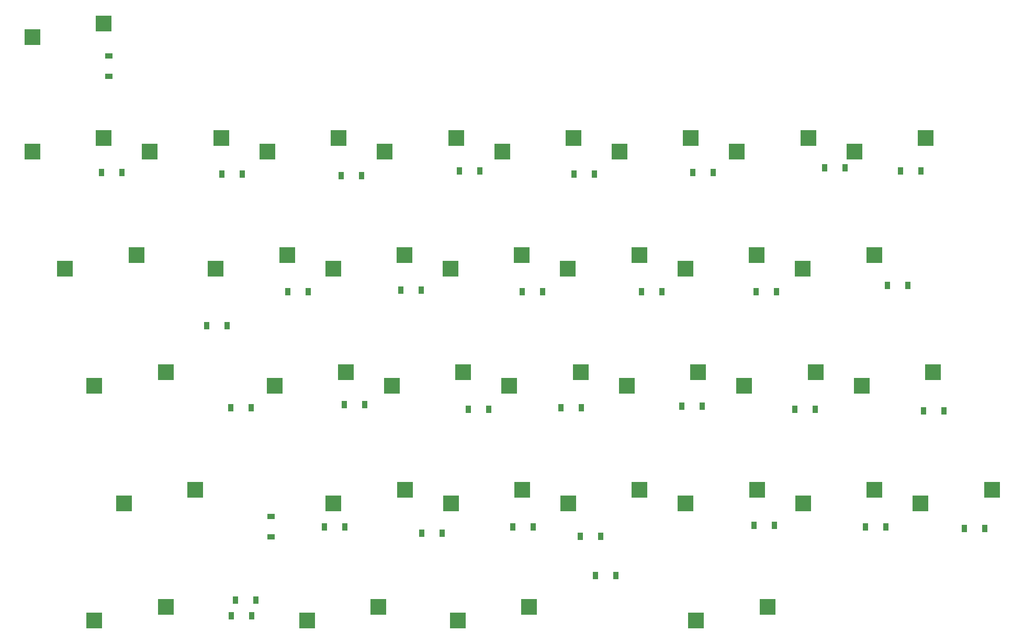
<source format=gbr>
%TF.GenerationSoftware,KiCad,Pcbnew,8.0.6*%
%TF.CreationDate,2024-11-01T15:41:52-06:00*%
%TF.ProjectId,simple_split,73696d70-6c65-45f7-9370-6c69742e6b69,v1.0.0*%
%TF.SameCoordinates,Original*%
%TF.FileFunction,Paste,Top*%
%TF.FilePolarity,Positive*%
%FSLAX46Y46*%
G04 Gerber Fmt 4.6, Leading zero omitted, Abs format (unit mm)*
G04 Created by KiCad (PCBNEW 8.0.6) date 2024-11-01 15:41:52*
%MOMM*%
%LPD*%
G01*
G04 APERTURE LIST*
%ADD10R,2.600000X2.600000*%
%ADD11R,0.900000X1.200000*%
%ADD12R,1.200000X0.900000*%
G04 APERTURE END LIST*
D10*
%TO.C,S33*%
X249632500Y-115302000D03*
X261182500Y-113102000D03*
%TD*%
D11*
%TO.C,D26*%
X236652000Y-175858000D03*
X233352000Y-175858000D03*
%TD*%
%TO.C,D24*%
X194364000Y-176112000D03*
X197664000Y-176112000D03*
%TD*%
D10*
%TO.C,S31*%
X185450500Y-191302000D03*
X197000500Y-189102000D03*
%TD*%
%TO.C,S8*%
X121895000Y-134302000D03*
X133445000Y-132102000D03*
%TD*%
D11*
%TO.C,D6*%
X226746000Y-118708000D03*
X223446000Y-118708000D03*
%TD*%
%TO.C,D33*%
X260400000Y-118454000D03*
X257100000Y-118454000D03*
%TD*%
%TO.C,D9*%
X161214000Y-138012000D03*
X157914000Y-138012000D03*
%TD*%
%TO.C,D16*%
X170358000Y-156300000D03*
X167058000Y-156300000D03*
%TD*%
%TO.C,D10*%
X179502000Y-137758000D03*
X176202000Y-137758000D03*
%TD*%
D10*
%TO.C,S20*%
X231804000Y-153302000D03*
X243354000Y-151102000D03*
%TD*%
%TO.C,S11*%
X184279000Y-134302000D03*
X195829000Y-132102000D03*
%TD*%
D11*
%TO.C,D23*%
X167184000Y-176112000D03*
X163884000Y-176112000D03*
%TD*%
%TO.C,D7*%
X248082000Y-117946000D03*
X244782000Y-117946000D03*
%TD*%
D10*
%TO.C,S6*%
X211632500Y-115302000D03*
X223182500Y-113102000D03*
%TD*%
%TO.C,S35*%
X116632500Y-96750000D03*
X128182500Y-94550000D03*
%TD*%
%TO.C,S4*%
X173632500Y-115302000D03*
X185182500Y-113102000D03*
%TD*%
%TO.C,S3*%
X154632500Y-115302000D03*
X166182500Y-113102000D03*
%TD*%
D11*
%TO.C,D15*%
X152000000Y-156808000D03*
X148700000Y-156808000D03*
%TD*%
D10*
%TO.C,S5*%
X192632500Y-115302000D03*
X204182500Y-113102000D03*
%TD*%
D11*
%TO.C,D4*%
X189026000Y-118454000D03*
X185726000Y-118454000D03*
%TD*%
%TO.C,D5*%
X207568000Y-118962000D03*
X204268000Y-118962000D03*
%TD*%
D10*
%TO.C,S25*%
X203329000Y-172302000D03*
X214879000Y-170102000D03*
%TD*%
%TO.C,S7*%
X230632500Y-115302000D03*
X242182500Y-113102000D03*
%TD*%
%TO.C,S1*%
X116632500Y-115302000D03*
X128182500Y-113102000D03*
%TD*%
D12*
%TO.C,D30*%
X155246000Y-174462000D03*
X155246000Y-177762000D03*
%TD*%
D11*
%TO.C,D28*%
X267388000Y-176366000D03*
X270688000Y-176366000D03*
%TD*%
D10*
%TO.C,S12*%
X203279000Y-134302000D03*
X214829000Y-132102000D03*
%TD*%
%TO.C,S24*%
X184329000Y-172302000D03*
X195879000Y-170102000D03*
%TD*%
D11*
%TO.C,D12*%
X218490000Y-138012000D03*
X215190000Y-138012000D03*
%TD*%
%TO.C,D17*%
X190424000Y-157062000D03*
X187124000Y-157062000D03*
%TD*%
%TO.C,D14*%
X258242000Y-136996000D03*
X254942000Y-136996000D03*
%TD*%
%TO.C,D20*%
X239956000Y-157062000D03*
X243256000Y-157062000D03*
%TD*%
%TO.C,D25*%
X208586000Y-177636000D03*
X205286000Y-177636000D03*
%TD*%
%TO.C,D22*%
X152800000Y-188000000D03*
X149500000Y-188000000D03*
%TD*%
D10*
%TO.C,S2*%
X135632500Y-115302000D03*
X147182500Y-113102000D03*
%TD*%
D11*
%TO.C,D3*%
X169850000Y-119216000D03*
X166550000Y-119216000D03*
%TD*%
D10*
%TO.C,S16*%
X155804000Y-153302000D03*
X167354000Y-151102000D03*
%TD*%
%TO.C,S21*%
X250804000Y-153302000D03*
X262354000Y-151102000D03*
%TD*%
%TO.C,S26*%
X222329000Y-172302000D03*
X233879000Y-170102000D03*
%TD*%
D11*
%TO.C,D21*%
X260784000Y-157316000D03*
X264084000Y-157316000D03*
%TD*%
D10*
%TO.C,S17*%
X174804000Y-153302000D03*
X186354000Y-151102000D03*
%TD*%
%TO.C,S18*%
X193804000Y-153302000D03*
X205354000Y-151102000D03*
%TD*%
D12*
%TO.C,D35*%
X129000000Y-103150000D03*
X129000000Y-99850000D03*
%TD*%
D10*
%TO.C,S32*%
X224000500Y-191302000D03*
X235550500Y-189102000D03*
%TD*%
%TO.C,S29*%
X126657500Y-191302000D03*
X138207500Y-189102000D03*
%TD*%
D11*
%TO.C,D31*%
X179630000Y-177128000D03*
X182930000Y-177128000D03*
%TD*%
D10*
%TO.C,S23*%
X165329000Y-172302000D03*
X176879000Y-170102000D03*
%TD*%
D11*
%TO.C,D11*%
X199186000Y-138012000D03*
X195886000Y-138012000D03*
%TD*%
D10*
%TO.C,S14*%
X241279000Y-134302000D03*
X252829000Y-132102000D03*
%TD*%
D11*
%TO.C,D32*%
X207700000Y-184000000D03*
X211000000Y-184000000D03*
%TD*%
%TO.C,D2*%
X150546000Y-118962000D03*
X147246000Y-118962000D03*
%TD*%
%TO.C,D27*%
X251386000Y-176112000D03*
X254686000Y-176112000D03*
%TD*%
D10*
%TO.C,S27*%
X241329000Y-172302000D03*
X252879000Y-170102000D03*
%TD*%
%TO.C,S28*%
X260329000Y-172302000D03*
X271879000Y-170102000D03*
%TD*%
D11*
%TO.C,D29*%
X152150000Y-190500000D03*
X148850000Y-190500000D03*
%TD*%
%TO.C,D13*%
X237032000Y-138012000D03*
X233732000Y-138012000D03*
%TD*%
D10*
%TO.C,S15*%
X126657500Y-153302000D03*
X138207500Y-151102000D03*
%TD*%
%TO.C,S22*%
X131420000Y-172302000D03*
X142970000Y-170102000D03*
%TD*%
D11*
%TO.C,D19*%
X221668000Y-156554000D03*
X224968000Y-156554000D03*
%TD*%
D10*
%TO.C,S19*%
X212804000Y-153302000D03*
X224354000Y-151102000D03*
%TD*%
%TO.C,S9*%
X146279000Y-134302000D03*
X157829000Y-132102000D03*
%TD*%
D11*
%TO.C,D18*%
X202110000Y-156808000D03*
X205410000Y-156808000D03*
%TD*%
D10*
%TO.C,S13*%
X222279000Y-134302000D03*
X233829000Y-132102000D03*
%TD*%
D11*
%TO.C,D1*%
X131116000Y-118708000D03*
X127816000Y-118708000D03*
%TD*%
%TO.C,D8*%
X148150000Y-143500000D03*
X144850000Y-143500000D03*
%TD*%
D10*
%TO.C,S10*%
X165279000Y-134302000D03*
X176829000Y-132102000D03*
%TD*%
%TO.C,S30*%
X161066500Y-191302000D03*
X172616500Y-189102000D03*
%TD*%
M02*

</source>
